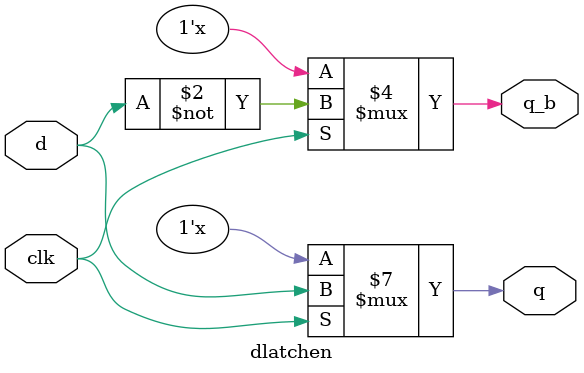
<source format=v>
module dlatchen (
input d,clk,
output reg q,q_b);
always @(clk or d)
if (clk) begin
  q = d;
  q_b = ~q;
end
endmodule

</source>
